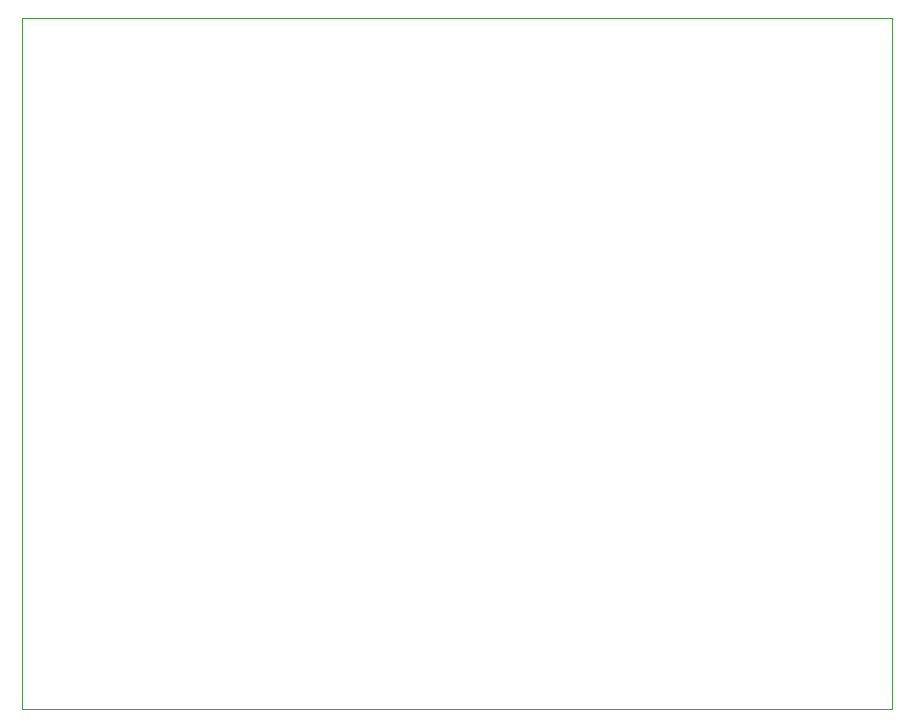
<source format=gbr>
%TF.GenerationSoftware,KiCad,Pcbnew,(7.0.0)*%
%TF.CreationDate,2023-08-04T16:20:27+02:00*%
%TF.ProjectId,PCH-1xxxJIG_THT_1.5,5043482d-3178-4787-984a-49475f544854,rev?*%
%TF.SameCoordinates,Original*%
%TF.FileFunction,Profile,NP*%
%FSLAX46Y46*%
G04 Gerber Fmt 4.6, Leading zero omitted, Abs format (unit mm)*
G04 Created by KiCad (PCBNEW (7.0.0)) date 2023-08-04 16:20:27*
%MOMM*%
%LPD*%
G01*
G04 APERTURE LIST*
%TA.AperFunction,Profile*%
%ADD10C,0.100000*%
%TD*%
G04 APERTURE END LIST*
D10*
X31750000Y-30480000D02*
X105410000Y-30480000D01*
X105410000Y-30480000D02*
X105410000Y-89000000D01*
X105410000Y-89000000D02*
X31750000Y-89000000D01*
X31750000Y-89000000D02*
X31750000Y-30480000D01*
M02*

</source>
